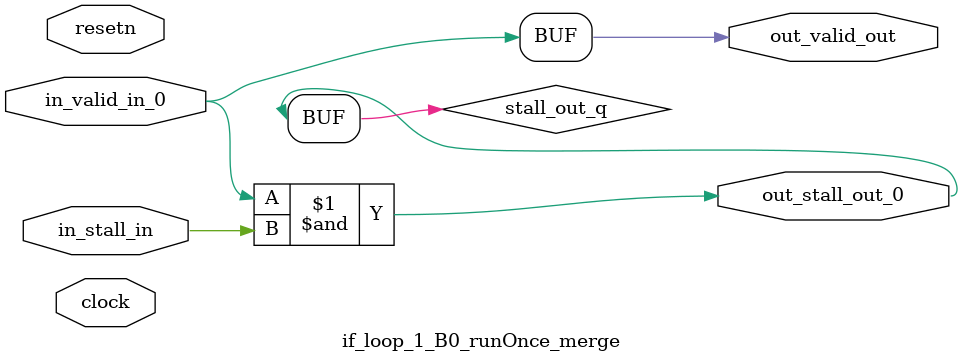
<source format=sv>



(* altera_attribute = "-name AUTO_SHIFT_REGISTER_RECOGNITION OFF; -name MESSAGE_DISABLE 10036; -name MESSAGE_DISABLE 10037; -name MESSAGE_DISABLE 14130; -name MESSAGE_DISABLE 14320; -name MESSAGE_DISABLE 15400; -name MESSAGE_DISABLE 14130; -name MESSAGE_DISABLE 10036; -name MESSAGE_DISABLE 12020; -name MESSAGE_DISABLE 12030; -name MESSAGE_DISABLE 12010; -name MESSAGE_DISABLE 12110; -name MESSAGE_DISABLE 14320; -name MESSAGE_DISABLE 13410; -name MESSAGE_DISABLE 113007; -name MESSAGE_DISABLE 10958" *)
module if_loop_1_B0_runOnce_merge (
    input wire [0:0] in_stall_in,
    input wire [0:0] in_valid_in_0,
    output wire [0:0] out_stall_out_0,
    output wire [0:0] out_valid_out,
    input wire clock,
    input wire resetn
    );

    wire [0:0] stall_out_q;


    // stall_out(LOGICAL,6)
    assign stall_out_q = in_valid_in_0 & in_stall_in;

    // out_stall_out_0(GPOUT,4)
    assign out_stall_out_0 = stall_out_q;

    // out_valid_out(GPOUT,5)
    assign out_valid_out = in_valid_in_0;

endmodule

</source>
